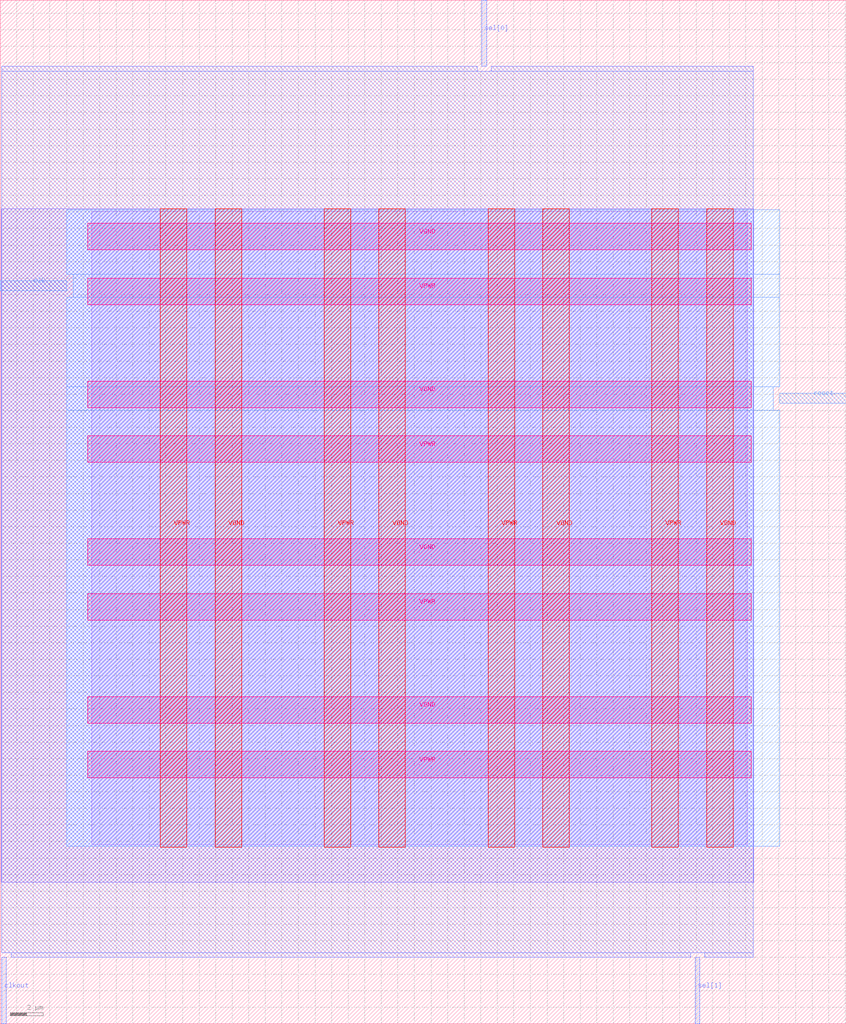
<source format=lef>
VERSION 5.7 ;
  NOWIREEXTENSIONATPIN ON ;
  DIVIDERCHAR "/" ;
  BUSBITCHARS "[]" ;
MACRO pes_brg
  CLASS BLOCK ;
  FOREIGN pes_brg ;
  ORIGIN 0.000 0.000 ;
  SIZE 51.060 BY 61.780 ;
  PIN VGND
    DIRECTION INOUT ;
    USE GROUND ;
    PORT
      LAYER met4 ;
        RECT 12.965 10.640 14.565 49.200 ;
    END
    PORT
      LAYER met4 ;
        RECT 22.855 10.640 24.455 49.200 ;
    END
    PORT
      LAYER met4 ;
        RECT 32.745 10.640 34.345 49.200 ;
    END
    PORT
      LAYER met4 ;
        RECT 42.635 10.640 44.235 49.200 ;
    END
    PORT
      LAYER met5 ;
        RECT 5.280 18.140 45.320 19.740 ;
    END
    PORT
      LAYER met5 ;
        RECT 5.280 27.660 45.320 29.260 ;
    END
    PORT
      LAYER met5 ;
        RECT 5.280 37.180 45.320 38.780 ;
    END
    PORT
      LAYER met5 ;
        RECT 5.280 46.700 45.320 48.300 ;
    END
  END VGND
  PIN VPWR
    DIRECTION INOUT ;
    USE POWER ;
    PORT
      LAYER met4 ;
        RECT 9.665 10.640 11.265 49.200 ;
    END
    PORT
      LAYER met4 ;
        RECT 19.555 10.640 21.155 49.200 ;
    END
    PORT
      LAYER met4 ;
        RECT 29.445 10.640 31.045 49.200 ;
    END
    PORT
      LAYER met4 ;
        RECT 39.335 10.640 40.935 49.200 ;
    END
    PORT
      LAYER met5 ;
        RECT 5.280 14.840 45.320 16.440 ;
    END
    PORT
      LAYER met5 ;
        RECT 5.280 24.360 45.320 25.960 ;
    END
    PORT
      LAYER met5 ;
        RECT 5.280 33.880 45.320 35.480 ;
    END
    PORT
      LAYER met5 ;
        RECT 5.280 43.400 45.320 45.000 ;
    END
  END VPWR
  PIN clk
    DIRECTION INPUT ;
    USE SIGNAL ;
    ANTENNAGATEAREA 0.852000 ;
    PORT
      LAYER met3 ;
        RECT 0.000 44.240 4.000 44.840 ;
    END
  END clk
  PIN clkout
    DIRECTION OUTPUT TRISTATE ;
    USE SIGNAL ;
    ANTENNADIFFAREA 0.795200 ;
    PORT
      LAYER met2 ;
        RECT 0.090 0.000 0.370 4.000 ;
    END
  END clkout
  PIN reset
    DIRECTION INPUT ;
    USE SIGNAL ;
    ANTENNAGATEAREA 0.196500 ;
    PORT
      LAYER met3 ;
        RECT 47.060 37.440 51.060 38.040 ;
    END
  END reset
  PIN sel[0]
    DIRECTION INPUT ;
    USE SIGNAL ;
    ANTENNAGATEAREA 0.196500 ;
    PORT
      LAYER met2 ;
        RECT 29.070 57.780 29.350 61.780 ;
    END
  END sel[0]
  PIN sel[1]
    DIRECTION INPUT ;
    USE SIGNAL ;
    ANTENNAGATEAREA 0.196500 ;
    PORT
      LAYER met2 ;
        RECT 41.950 0.000 42.230 4.000 ;
    END
  END sel[1]
  OBS
      LAYER li1 ;
        RECT 5.520 10.795 45.080 49.045 ;
      LAYER met1 ;
        RECT 0.070 8.540 45.470 49.200 ;
      LAYER met2 ;
        RECT 0.100 57.500 28.790 57.780 ;
        RECT 29.630 57.500 45.450 57.780 ;
        RECT 0.100 4.280 45.450 57.500 ;
        RECT 0.650 4.000 41.670 4.280 ;
        RECT 42.510 4.000 45.450 4.280 ;
      LAYER met3 ;
        RECT 4.000 45.240 47.060 49.125 ;
        RECT 4.400 43.840 47.060 45.240 ;
        RECT 4.000 38.440 47.060 43.840 ;
        RECT 4.000 37.040 46.660 38.440 ;
        RECT 4.000 10.715 47.060 37.040 ;
  END
END pes_brg
END LIBRARY


</source>
